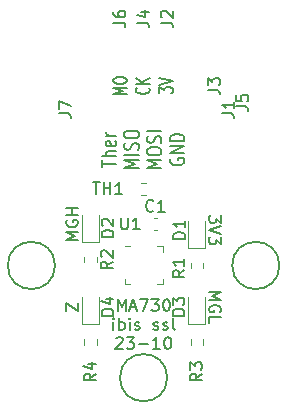
<source format=gbr>
%TF.GenerationSoftware,KiCad,Pcbnew,(6.0.11)*%
%TF.CreationDate,2024-01-21T20:47:10+09:00*%
%TF.ProjectId,ORION_enc_v2,4f52494f-4e5f-4656-9e63-5f76322e6b69,rev?*%
%TF.SameCoordinates,Original*%
%TF.FileFunction,Legend,Top*%
%TF.FilePolarity,Positive*%
%FSLAX46Y46*%
G04 Gerber Fmt 4.6, Leading zero omitted, Abs format (unit mm)*
G04 Created by KiCad (PCBNEW (6.0.11)) date 2024-01-21 20:47:10*
%MOMM*%
%LPD*%
G01*
G04 APERTURE LIST*
%ADD10C,0.150000*%
%ADD11C,0.120000*%
G04 APERTURE END LIST*
D10*
X80500000Y-64000000D02*
G75*
G03*
X80500000Y-64000000I-2000000J0D01*
G01*
X71000000Y-73500000D02*
G75*
G03*
X71000000Y-73500000I-2000000J0D01*
G01*
X61500000Y-64000000D02*
G75*
G03*
X61500000Y-64000000I-2000000J0D01*
G01*
X66809523Y-67842380D02*
X66809523Y-66842380D01*
X67142857Y-67556666D01*
X67476190Y-66842380D01*
X67476190Y-67842380D01*
X67904761Y-67556666D02*
X68380952Y-67556666D01*
X67809523Y-67842380D02*
X68142857Y-66842380D01*
X68476190Y-67842380D01*
X68714285Y-66842380D02*
X69380952Y-66842380D01*
X68952380Y-67842380D01*
X69666666Y-66842380D02*
X70285714Y-66842380D01*
X69952380Y-67223333D01*
X70095238Y-67223333D01*
X70190476Y-67270952D01*
X70238095Y-67318571D01*
X70285714Y-67413809D01*
X70285714Y-67651904D01*
X70238095Y-67747142D01*
X70190476Y-67794761D01*
X70095238Y-67842380D01*
X69809523Y-67842380D01*
X69714285Y-67794761D01*
X69666666Y-67747142D01*
X70904761Y-66842380D02*
X71000000Y-66842380D01*
X71095238Y-66890000D01*
X71142857Y-66937619D01*
X71190476Y-67032857D01*
X71238095Y-67223333D01*
X71238095Y-67461428D01*
X71190476Y-67651904D01*
X71142857Y-67747142D01*
X71095238Y-67794761D01*
X71000000Y-67842380D01*
X70904761Y-67842380D01*
X70809523Y-67794761D01*
X70761904Y-67747142D01*
X70714285Y-67651904D01*
X70666666Y-67461428D01*
X70666666Y-67223333D01*
X70714285Y-67032857D01*
X70761904Y-66937619D01*
X70809523Y-66890000D01*
X70904761Y-66842380D01*
X66452380Y-69452380D02*
X66452380Y-68785714D01*
X66452380Y-68452380D02*
X66404761Y-68500000D01*
X66452380Y-68547619D01*
X66500000Y-68500000D01*
X66452380Y-68452380D01*
X66452380Y-68547619D01*
X66928571Y-69452380D02*
X66928571Y-68452380D01*
X66928571Y-68833333D02*
X67023809Y-68785714D01*
X67214285Y-68785714D01*
X67309523Y-68833333D01*
X67357142Y-68880952D01*
X67404761Y-68976190D01*
X67404761Y-69261904D01*
X67357142Y-69357142D01*
X67309523Y-69404761D01*
X67214285Y-69452380D01*
X67023809Y-69452380D01*
X66928571Y-69404761D01*
X67833333Y-69452380D02*
X67833333Y-68785714D01*
X67833333Y-68452380D02*
X67785714Y-68500000D01*
X67833333Y-68547619D01*
X67880952Y-68500000D01*
X67833333Y-68452380D01*
X67833333Y-68547619D01*
X68261904Y-69404761D02*
X68357142Y-69452380D01*
X68547619Y-69452380D01*
X68642857Y-69404761D01*
X68690476Y-69309523D01*
X68690476Y-69261904D01*
X68642857Y-69166666D01*
X68547619Y-69119047D01*
X68404761Y-69119047D01*
X68309523Y-69071428D01*
X68261904Y-68976190D01*
X68261904Y-68928571D01*
X68309523Y-68833333D01*
X68404761Y-68785714D01*
X68547619Y-68785714D01*
X68642857Y-68833333D01*
X69833333Y-69404761D02*
X69928571Y-69452380D01*
X70119047Y-69452380D01*
X70214285Y-69404761D01*
X70261904Y-69309523D01*
X70261904Y-69261904D01*
X70214285Y-69166666D01*
X70119047Y-69119047D01*
X69976190Y-69119047D01*
X69880952Y-69071428D01*
X69833333Y-68976190D01*
X69833333Y-68928571D01*
X69880952Y-68833333D01*
X69976190Y-68785714D01*
X70119047Y-68785714D01*
X70214285Y-68833333D01*
X70642857Y-69404761D02*
X70738095Y-69452380D01*
X70928571Y-69452380D01*
X71023809Y-69404761D01*
X71071428Y-69309523D01*
X71071428Y-69261904D01*
X71023809Y-69166666D01*
X70928571Y-69119047D01*
X70785714Y-69119047D01*
X70690476Y-69071428D01*
X70642857Y-68976190D01*
X70642857Y-68928571D01*
X70690476Y-68833333D01*
X70785714Y-68785714D01*
X70928571Y-68785714D01*
X71023809Y-68833333D01*
X71642857Y-69452380D02*
X71547619Y-69404761D01*
X71500000Y-69309523D01*
X71500000Y-68452380D01*
X66666666Y-70157619D02*
X66714285Y-70110000D01*
X66809523Y-70062380D01*
X67047619Y-70062380D01*
X67142857Y-70110000D01*
X67190476Y-70157619D01*
X67238095Y-70252857D01*
X67238095Y-70348095D01*
X67190476Y-70490952D01*
X66619047Y-71062380D01*
X67238095Y-71062380D01*
X67571428Y-70062380D02*
X68190476Y-70062380D01*
X67857142Y-70443333D01*
X68000000Y-70443333D01*
X68095238Y-70490952D01*
X68142857Y-70538571D01*
X68190476Y-70633809D01*
X68190476Y-70871904D01*
X68142857Y-70967142D01*
X68095238Y-71014761D01*
X68000000Y-71062380D01*
X67714285Y-71062380D01*
X67619047Y-71014761D01*
X67571428Y-70967142D01*
X68619047Y-70681428D02*
X69380952Y-70681428D01*
X70380952Y-71062380D02*
X69809523Y-71062380D01*
X70095238Y-71062380D02*
X70095238Y-70062380D01*
X70000000Y-70205238D01*
X69904761Y-70300476D01*
X69809523Y-70348095D01*
X71000000Y-70062380D02*
X71095238Y-70062380D01*
X71190476Y-70110000D01*
X71238095Y-70157619D01*
X71285714Y-70252857D01*
X71333333Y-70443333D01*
X71333333Y-70681428D01*
X71285714Y-70871904D01*
X71238095Y-70967142D01*
X71190476Y-71014761D01*
X71095238Y-71062380D01*
X71000000Y-71062380D01*
X70904761Y-71014761D01*
X70857142Y-70967142D01*
X70809523Y-70871904D01*
X70761904Y-70681428D01*
X70761904Y-70443333D01*
X70809523Y-70252857D01*
X70857142Y-70157619D01*
X70904761Y-70110000D01*
X71000000Y-70062380D01*
X74547619Y-66261904D02*
X75547619Y-66261904D01*
X74833333Y-66595238D01*
X75547619Y-66928571D01*
X74547619Y-66928571D01*
X75500000Y-67928571D02*
X75547619Y-67833333D01*
X75547619Y-67690476D01*
X75500000Y-67547619D01*
X75404761Y-67452380D01*
X75309523Y-67404761D01*
X75119047Y-67357142D01*
X74976190Y-67357142D01*
X74785714Y-67404761D01*
X74690476Y-67452380D01*
X74595238Y-67547619D01*
X74547619Y-67690476D01*
X74547619Y-67785714D01*
X74595238Y-67928571D01*
X74642857Y-67976190D01*
X74976190Y-67976190D01*
X74976190Y-67785714D01*
X74547619Y-68880952D02*
X74547619Y-68404761D01*
X75547619Y-68404761D01*
X63452380Y-61857142D02*
X62452380Y-61857142D01*
X63166666Y-61523809D01*
X62452380Y-61190476D01*
X63452380Y-61190476D01*
X62500000Y-60190476D02*
X62452380Y-60285714D01*
X62452380Y-60428571D01*
X62500000Y-60571428D01*
X62595238Y-60666666D01*
X62690476Y-60714285D01*
X62880952Y-60761904D01*
X63023809Y-60761904D01*
X63214285Y-60714285D01*
X63309523Y-60666666D01*
X63404761Y-60571428D01*
X63452380Y-60428571D01*
X63452380Y-60333333D01*
X63404761Y-60190476D01*
X63357142Y-60142857D01*
X63023809Y-60142857D01*
X63023809Y-60333333D01*
X63452380Y-59714285D02*
X62452380Y-59714285D01*
X62928571Y-59714285D02*
X62928571Y-59142857D01*
X63452380Y-59142857D02*
X62452380Y-59142857D01*
X75547619Y-59761904D02*
X75547619Y-60380952D01*
X75166666Y-60047619D01*
X75166666Y-60190476D01*
X75119047Y-60285714D01*
X75071428Y-60333333D01*
X74976190Y-60380952D01*
X74738095Y-60380952D01*
X74642857Y-60333333D01*
X74595238Y-60285714D01*
X74547619Y-60190476D01*
X74547619Y-59904761D01*
X74595238Y-59809523D01*
X74642857Y-59761904D01*
X75547619Y-60666666D02*
X74547619Y-61000000D01*
X75547619Y-61333333D01*
X75547619Y-61571428D02*
X75547619Y-62190476D01*
X75166666Y-61857142D01*
X75166666Y-62000000D01*
X75119047Y-62095238D01*
X75071428Y-62142857D01*
X74976190Y-62190476D01*
X74738095Y-62190476D01*
X74642857Y-62142857D01*
X74595238Y-62095238D01*
X74547619Y-62000000D01*
X74547619Y-61714285D01*
X74595238Y-61619047D01*
X74642857Y-61571428D01*
X67610857Y-49485714D02*
X66410857Y-49485714D01*
X67268000Y-49219047D01*
X66410857Y-48952380D01*
X67610857Y-48952380D01*
X66410857Y-48419047D02*
X66410857Y-48266666D01*
X66468000Y-48190476D01*
X66582285Y-48114285D01*
X66810857Y-48076190D01*
X67210857Y-48076190D01*
X67439428Y-48114285D01*
X67553714Y-48190476D01*
X67610857Y-48266666D01*
X67610857Y-48419047D01*
X67553714Y-48495238D01*
X67439428Y-48571428D01*
X67210857Y-48609523D01*
X66810857Y-48609523D01*
X66582285Y-48571428D01*
X66468000Y-48495238D01*
X66410857Y-48419047D01*
X69428571Y-48952380D02*
X69485714Y-48990476D01*
X69542857Y-49104761D01*
X69542857Y-49180952D01*
X69485714Y-49295238D01*
X69371428Y-49371428D01*
X69257142Y-49409523D01*
X69028571Y-49447619D01*
X68857142Y-49447619D01*
X68628571Y-49409523D01*
X68514285Y-49371428D01*
X68400000Y-49295238D01*
X68342857Y-49180952D01*
X68342857Y-49104761D01*
X68400000Y-48990476D01*
X68457142Y-48952380D01*
X69542857Y-48609523D02*
X68342857Y-48609523D01*
X69542857Y-48152380D02*
X68857142Y-48495238D01*
X68342857Y-48152380D02*
X69028571Y-48609523D01*
X70274857Y-49409523D02*
X70274857Y-48914285D01*
X70732000Y-49180952D01*
X70732000Y-49066666D01*
X70789142Y-48990476D01*
X70846285Y-48952380D01*
X70960571Y-48914285D01*
X71246285Y-48914285D01*
X71360571Y-48952380D01*
X71417714Y-48990476D01*
X71474857Y-49066666D01*
X71474857Y-49295238D01*
X71417714Y-49371428D01*
X71360571Y-49409523D01*
X70274857Y-48685714D02*
X71474857Y-48419047D01*
X70274857Y-48152380D01*
X65444857Y-55676190D02*
X65444857Y-55104761D01*
X66644857Y-55390476D02*
X65444857Y-55390476D01*
X66644857Y-54771428D02*
X65444857Y-54771428D01*
X66644857Y-54342857D02*
X66016285Y-54342857D01*
X65902000Y-54390476D01*
X65844857Y-54485714D01*
X65844857Y-54628571D01*
X65902000Y-54723809D01*
X65959142Y-54771428D01*
X66587714Y-53485714D02*
X66644857Y-53580952D01*
X66644857Y-53771428D01*
X66587714Y-53866666D01*
X66473428Y-53914285D01*
X66016285Y-53914285D01*
X65902000Y-53866666D01*
X65844857Y-53771428D01*
X65844857Y-53580952D01*
X65902000Y-53485714D01*
X66016285Y-53438095D01*
X66130571Y-53438095D01*
X66244857Y-53914285D01*
X66644857Y-53009523D02*
X65844857Y-53009523D01*
X66073428Y-53009523D02*
X65959142Y-52961904D01*
X65902000Y-52914285D01*
X65844857Y-52819047D01*
X65844857Y-52723809D01*
X68576857Y-55771428D02*
X67376857Y-55771428D01*
X68234000Y-55438095D01*
X67376857Y-55104761D01*
X68576857Y-55104761D01*
X68576857Y-54628571D02*
X67376857Y-54628571D01*
X68519714Y-54200000D02*
X68576857Y-54057142D01*
X68576857Y-53819047D01*
X68519714Y-53723809D01*
X68462571Y-53676190D01*
X68348285Y-53628571D01*
X68234000Y-53628571D01*
X68119714Y-53676190D01*
X68062571Y-53723809D01*
X68005428Y-53819047D01*
X67948285Y-54009523D01*
X67891142Y-54104761D01*
X67834000Y-54152380D01*
X67719714Y-54200000D01*
X67605428Y-54200000D01*
X67491142Y-54152380D01*
X67434000Y-54104761D01*
X67376857Y-54009523D01*
X67376857Y-53771428D01*
X67434000Y-53628571D01*
X67376857Y-53009523D02*
X67376857Y-52819047D01*
X67434000Y-52723809D01*
X67548285Y-52628571D01*
X67776857Y-52580952D01*
X68176857Y-52580952D01*
X68405428Y-52628571D01*
X68519714Y-52723809D01*
X68576857Y-52819047D01*
X68576857Y-53009523D01*
X68519714Y-53104761D01*
X68405428Y-53200000D01*
X68176857Y-53247619D01*
X67776857Y-53247619D01*
X67548285Y-53200000D01*
X67434000Y-53104761D01*
X67376857Y-53009523D01*
X70508857Y-55771428D02*
X69308857Y-55771428D01*
X70166000Y-55438095D01*
X69308857Y-55104761D01*
X70508857Y-55104761D01*
X69308857Y-54438095D02*
X69308857Y-54247619D01*
X69366000Y-54152380D01*
X69480285Y-54057142D01*
X69708857Y-54009523D01*
X70108857Y-54009523D01*
X70337428Y-54057142D01*
X70451714Y-54152380D01*
X70508857Y-54247619D01*
X70508857Y-54438095D01*
X70451714Y-54533333D01*
X70337428Y-54628571D01*
X70108857Y-54676190D01*
X69708857Y-54676190D01*
X69480285Y-54628571D01*
X69366000Y-54533333D01*
X69308857Y-54438095D01*
X70451714Y-53628571D02*
X70508857Y-53485714D01*
X70508857Y-53247619D01*
X70451714Y-53152380D01*
X70394571Y-53104761D01*
X70280285Y-53057142D01*
X70166000Y-53057142D01*
X70051714Y-53104761D01*
X69994571Y-53152380D01*
X69937428Y-53247619D01*
X69880285Y-53438095D01*
X69823142Y-53533333D01*
X69766000Y-53580952D01*
X69651714Y-53628571D01*
X69537428Y-53628571D01*
X69423142Y-53580952D01*
X69366000Y-53533333D01*
X69308857Y-53438095D01*
X69308857Y-53200000D01*
X69366000Y-53057142D01*
X70508857Y-52628571D02*
X69308857Y-52628571D01*
X71298000Y-54961904D02*
X71240857Y-55057142D01*
X71240857Y-55200000D01*
X71298000Y-55342857D01*
X71412285Y-55438095D01*
X71526571Y-55485714D01*
X71755142Y-55533333D01*
X71926571Y-55533333D01*
X72155142Y-55485714D01*
X72269428Y-55438095D01*
X72383714Y-55342857D01*
X72440857Y-55200000D01*
X72440857Y-55104761D01*
X72383714Y-54961904D01*
X72326571Y-54914285D01*
X71926571Y-54914285D01*
X71926571Y-55104761D01*
X72440857Y-54485714D02*
X71240857Y-54485714D01*
X72440857Y-53914285D01*
X71240857Y-53914285D01*
X72440857Y-53438095D02*
X71240857Y-53438095D01*
X71240857Y-53200000D01*
X71298000Y-53057142D01*
X71412285Y-52961904D01*
X71526571Y-52914285D01*
X71755142Y-52866666D01*
X71926571Y-52866666D01*
X72155142Y-52914285D01*
X72269428Y-52961904D01*
X72383714Y-53057142D01*
X72440857Y-53200000D01*
X72440857Y-53438095D01*
X62452380Y-67833333D02*
X62452380Y-67166666D01*
X63452380Y-67833333D01*
X63452380Y-67166666D01*
%TO.C,D3*%
X72452380Y-68238095D02*
X71452380Y-68238095D01*
X71452380Y-68000000D01*
X71500000Y-67857142D01*
X71595238Y-67761904D01*
X71690476Y-67714285D01*
X71880952Y-67666666D01*
X72023809Y-67666666D01*
X72214285Y-67714285D01*
X72309523Y-67761904D01*
X72404761Y-67857142D01*
X72452380Y-68000000D01*
X72452380Y-68238095D01*
X71452380Y-67333333D02*
X71452380Y-66714285D01*
X71833333Y-67047619D01*
X71833333Y-66904761D01*
X71880952Y-66809523D01*
X71928571Y-66761904D01*
X72023809Y-66714285D01*
X72261904Y-66714285D01*
X72357142Y-66761904D01*
X72404761Y-66809523D01*
X72452380Y-66904761D01*
X72452380Y-67190476D01*
X72404761Y-67285714D01*
X72357142Y-67333333D01*
%TO.C,J6*%
X66452380Y-43433333D02*
X67166666Y-43433333D01*
X67309523Y-43480952D01*
X67404761Y-43576190D01*
X67452380Y-43719047D01*
X67452380Y-43814285D01*
X66452380Y-42528571D02*
X66452380Y-42719047D01*
X66500000Y-42814285D01*
X66547619Y-42861904D01*
X66690476Y-42957142D01*
X66880952Y-43004761D01*
X67261904Y-43004761D01*
X67357142Y-42957142D01*
X67404761Y-42909523D01*
X67452380Y-42814285D01*
X67452380Y-42623809D01*
X67404761Y-42528571D01*
X67357142Y-42480952D01*
X67261904Y-42433333D01*
X67023809Y-42433333D01*
X66928571Y-42480952D01*
X66880952Y-42528571D01*
X66833333Y-42623809D01*
X66833333Y-42814285D01*
X66880952Y-42909523D01*
X66928571Y-42957142D01*
X67023809Y-43004761D01*
%TO.C,J7*%
X61852380Y-51133333D02*
X62566666Y-51133333D01*
X62709523Y-51180952D01*
X62804761Y-51276190D01*
X62852380Y-51419047D01*
X62852380Y-51514285D01*
X61852380Y-50752380D02*
X61852380Y-50085714D01*
X62852380Y-50514285D01*
%TO.C,J1*%
X75652380Y-51133333D02*
X76366666Y-51133333D01*
X76509523Y-51180952D01*
X76604761Y-51276190D01*
X76652380Y-51419047D01*
X76652380Y-51514285D01*
X76652380Y-50133333D02*
X76652380Y-50704761D01*
X76652380Y-50419047D02*
X75652380Y-50419047D01*
X75795238Y-50514285D01*
X75890476Y-50609523D01*
X75938095Y-50704761D01*
%TO.C,J3*%
X74452380Y-49133333D02*
X75166666Y-49133333D01*
X75309523Y-49180952D01*
X75404761Y-49276190D01*
X75452380Y-49419047D01*
X75452380Y-49514285D01*
X74452380Y-48752380D02*
X74452380Y-48133333D01*
X74833333Y-48466666D01*
X74833333Y-48323809D01*
X74880952Y-48228571D01*
X74928571Y-48180952D01*
X75023809Y-48133333D01*
X75261904Y-48133333D01*
X75357142Y-48180952D01*
X75404761Y-48228571D01*
X75452380Y-48323809D01*
X75452380Y-48609523D01*
X75404761Y-48704761D01*
X75357142Y-48752380D01*
%TO.C,D1*%
X72522380Y-61738095D02*
X71522380Y-61738095D01*
X71522380Y-61500000D01*
X71570000Y-61357142D01*
X71665238Y-61261904D01*
X71760476Y-61214285D01*
X71950952Y-61166666D01*
X72093809Y-61166666D01*
X72284285Y-61214285D01*
X72379523Y-61261904D01*
X72474761Y-61357142D01*
X72522380Y-61500000D01*
X72522380Y-61738095D01*
X72522380Y-60214285D02*
X72522380Y-60785714D01*
X72522380Y-60500000D02*
X71522380Y-60500000D01*
X71665238Y-60595238D01*
X71760476Y-60690476D01*
X71808095Y-60785714D01*
%TO.C,D4*%
X66452380Y-68238095D02*
X65452380Y-68238095D01*
X65452380Y-68000000D01*
X65500000Y-67857142D01*
X65595238Y-67761904D01*
X65690476Y-67714285D01*
X65880952Y-67666666D01*
X66023809Y-67666666D01*
X66214285Y-67714285D01*
X66309523Y-67761904D01*
X66404761Y-67857142D01*
X66452380Y-68000000D01*
X66452380Y-68238095D01*
X65785714Y-66809523D02*
X66452380Y-66809523D01*
X65404761Y-67047619D02*
X66119047Y-67285714D01*
X66119047Y-66666666D01*
%TO.C,R2*%
X66382380Y-63666666D02*
X65906190Y-64000000D01*
X66382380Y-64238095D02*
X65382380Y-64238095D01*
X65382380Y-63857142D01*
X65430000Y-63761904D01*
X65477619Y-63714285D01*
X65572857Y-63666666D01*
X65715714Y-63666666D01*
X65810952Y-63714285D01*
X65858571Y-63761904D01*
X65906190Y-63857142D01*
X65906190Y-64238095D01*
X65477619Y-63285714D02*
X65430000Y-63238095D01*
X65382380Y-63142857D01*
X65382380Y-62904761D01*
X65430000Y-62809523D01*
X65477619Y-62761904D01*
X65572857Y-62714285D01*
X65668095Y-62714285D01*
X65810952Y-62761904D01*
X66382380Y-63333333D01*
X66382380Y-62714285D01*
%TO.C,R1*%
X72452380Y-64403924D02*
X71976190Y-64737258D01*
X72452380Y-64975353D02*
X71452380Y-64975353D01*
X71452380Y-64594400D01*
X71500000Y-64499162D01*
X71547619Y-64451543D01*
X71642857Y-64403924D01*
X71785714Y-64403924D01*
X71880952Y-64451543D01*
X71928571Y-64499162D01*
X71976190Y-64594400D01*
X71976190Y-64975353D01*
X72452380Y-63451543D02*
X72452380Y-64022972D01*
X72452380Y-63737258D02*
X71452380Y-63737258D01*
X71595238Y-63832496D01*
X71690476Y-63927734D01*
X71738095Y-64022972D01*
%TO.C,C1*%
X69833333Y-59357142D02*
X69785714Y-59404761D01*
X69642857Y-59452380D01*
X69547619Y-59452380D01*
X69404761Y-59404761D01*
X69309523Y-59309523D01*
X69261904Y-59214285D01*
X69214285Y-59023809D01*
X69214285Y-58880952D01*
X69261904Y-58690476D01*
X69309523Y-58595238D01*
X69404761Y-58500000D01*
X69547619Y-58452380D01*
X69642857Y-58452380D01*
X69785714Y-58500000D01*
X69833333Y-58547619D01*
X70785714Y-59452380D02*
X70214285Y-59452380D01*
X70500000Y-59452380D02*
X70500000Y-58452380D01*
X70404761Y-58595238D01*
X70309523Y-58690476D01*
X70214285Y-58738095D01*
%TO.C,TH1*%
X64714285Y-56952380D02*
X65285714Y-56952380D01*
X65000000Y-57952380D02*
X65000000Y-56952380D01*
X65619047Y-57952380D02*
X65619047Y-56952380D01*
X65619047Y-57428571D02*
X66190476Y-57428571D01*
X66190476Y-57952380D02*
X66190476Y-56952380D01*
X67190476Y-57952380D02*
X66619047Y-57952380D01*
X66904761Y-57952380D02*
X66904761Y-56952380D01*
X66809523Y-57095238D01*
X66714285Y-57190476D01*
X66619047Y-57238095D01*
%TO.C,U1*%
X67103095Y-59952380D02*
X67103095Y-60761904D01*
X67150714Y-60857142D01*
X67198333Y-60904761D01*
X67293571Y-60952380D01*
X67484047Y-60952380D01*
X67579285Y-60904761D01*
X67626904Y-60857142D01*
X67674523Y-60761904D01*
X67674523Y-59952380D01*
X68674523Y-60952380D02*
X68103095Y-60952380D01*
X68388809Y-60952380D02*
X68388809Y-59952380D01*
X68293571Y-60095238D01*
X68198333Y-60190476D01*
X68103095Y-60238095D01*
%TO.C,R4*%
X64952380Y-73166666D02*
X64476190Y-73500000D01*
X64952380Y-73738095D02*
X63952380Y-73738095D01*
X63952380Y-73357142D01*
X64000000Y-73261904D01*
X64047619Y-73214285D01*
X64142857Y-73166666D01*
X64285714Y-73166666D01*
X64380952Y-73214285D01*
X64428571Y-73261904D01*
X64476190Y-73357142D01*
X64476190Y-73738095D01*
X64285714Y-72309523D02*
X64952380Y-72309523D01*
X63904761Y-72547619D02*
X64619047Y-72785714D01*
X64619047Y-72166666D01*
%TO.C,J2*%
X70452380Y-43433333D02*
X71166666Y-43433333D01*
X71309523Y-43480952D01*
X71404761Y-43576190D01*
X71452380Y-43719047D01*
X71452380Y-43814285D01*
X70547619Y-43004761D02*
X70500000Y-42957142D01*
X70452380Y-42861904D01*
X70452380Y-42623809D01*
X70500000Y-42528571D01*
X70547619Y-42480952D01*
X70642857Y-42433333D01*
X70738095Y-42433333D01*
X70880952Y-42480952D01*
X71452380Y-43052380D01*
X71452380Y-42433333D01*
%TO.C,D2*%
X66452380Y-61580595D02*
X65452380Y-61580595D01*
X65452380Y-61342500D01*
X65500000Y-61199642D01*
X65595238Y-61104404D01*
X65690476Y-61056785D01*
X65880952Y-61009166D01*
X66023809Y-61009166D01*
X66214285Y-61056785D01*
X66309523Y-61104404D01*
X66404761Y-61199642D01*
X66452380Y-61342500D01*
X66452380Y-61580595D01*
X65547619Y-60628214D02*
X65500000Y-60580595D01*
X65452380Y-60485357D01*
X65452380Y-60247261D01*
X65500000Y-60152023D01*
X65547619Y-60104404D01*
X65642857Y-60056785D01*
X65738095Y-60056785D01*
X65880952Y-60104404D01*
X66452380Y-60675833D01*
X66452380Y-60056785D01*
%TO.C,J4*%
X68452380Y-43433333D02*
X69166666Y-43433333D01*
X69309523Y-43480952D01*
X69404761Y-43576190D01*
X69452380Y-43719047D01*
X69452380Y-43814285D01*
X68785714Y-42528571D02*
X69452380Y-42528571D01*
X68404761Y-42766666D02*
X69119047Y-43004761D01*
X69119047Y-42385714D01*
%TO.C,R3*%
X73952380Y-73166666D02*
X73476190Y-73500000D01*
X73952380Y-73738095D02*
X72952380Y-73738095D01*
X72952380Y-73357142D01*
X73000000Y-73261904D01*
X73047619Y-73214285D01*
X73142857Y-73166666D01*
X73285714Y-73166666D01*
X73380952Y-73214285D01*
X73428571Y-73261904D01*
X73476190Y-73357142D01*
X73476190Y-73738095D01*
X72952380Y-72833333D02*
X72952380Y-72214285D01*
X73333333Y-72547619D01*
X73333333Y-72404761D01*
X73380952Y-72309523D01*
X73428571Y-72261904D01*
X73523809Y-72214285D01*
X73761904Y-72214285D01*
X73857142Y-72261904D01*
X73904761Y-72309523D01*
X73952380Y-72404761D01*
X73952380Y-72690476D01*
X73904761Y-72785714D01*
X73857142Y-72833333D01*
%TO.C,J5*%
X76852380Y-50533333D02*
X77566666Y-50533333D01*
X77709523Y-50580952D01*
X77804761Y-50676190D01*
X77852380Y-50819047D01*
X77852380Y-50914285D01*
X76852380Y-49580952D02*
X76852380Y-50057142D01*
X77328571Y-50104761D01*
X77280952Y-50057142D01*
X77233333Y-49961904D01*
X77233333Y-49723809D01*
X77280952Y-49628571D01*
X77328571Y-49580952D01*
X77423809Y-49533333D01*
X77661904Y-49533333D01*
X77757142Y-49580952D01*
X77804761Y-49628571D01*
X77852380Y-49723809D01*
X77852380Y-49961904D01*
X77804761Y-50057142D01*
X77757142Y-50104761D01*
D11*
%TO.C,D3*%
X72765000Y-68985000D02*
X74235000Y-68985000D01*
X72765000Y-66700000D02*
X72765000Y-68985000D01*
X74235000Y-68985000D02*
X74235000Y-66700000D01*
%TO.C,D1*%
X72765000Y-62485000D02*
X74235000Y-62485000D01*
X72765000Y-60200000D02*
X72765000Y-62485000D01*
X74235000Y-62485000D02*
X74235000Y-60200000D01*
%TO.C,D4*%
X63765000Y-68985000D02*
X65235000Y-68985000D01*
X63765000Y-66700000D02*
X63765000Y-68985000D01*
X65235000Y-68985000D02*
X65235000Y-66700000D01*
%TO.C,R2*%
X65022500Y-63262742D02*
X65022500Y-63737258D01*
X63977500Y-63262742D02*
X63977500Y-63737258D01*
%TO.C,R1*%
X72977500Y-63762742D02*
X72977500Y-64237258D01*
X74022500Y-63762742D02*
X74022500Y-64237258D01*
%TO.C,C1*%
X70140580Y-59990000D02*
X69859420Y-59990000D01*
X70140580Y-61010000D02*
X69859420Y-61010000D01*
%TO.C,TH1*%
X68762742Y-58022500D02*
X69237258Y-58022500D01*
X68762742Y-56977500D02*
X69237258Y-56977500D01*
%TO.C,U1*%
X67865000Y-62390000D02*
X67390000Y-62390000D01*
X67390000Y-65610000D02*
X67390000Y-65135000D01*
X70610000Y-65610000D02*
X70610000Y-65135000D01*
X70610000Y-62390000D02*
X70610000Y-62865000D01*
X67865000Y-65610000D02*
X67390000Y-65610000D01*
X70135000Y-62390000D02*
X70610000Y-62390000D01*
X70135000Y-65610000D02*
X70610000Y-65610000D01*
%TO.C,R4*%
X63977500Y-70262742D02*
X63977500Y-70737258D01*
X65022500Y-70262742D02*
X65022500Y-70737258D01*
%TO.C,D2*%
X63765000Y-61985000D02*
X65235000Y-61985000D01*
X65235000Y-61985000D02*
X65235000Y-59700000D01*
X63765000Y-59700000D02*
X63765000Y-61985000D01*
%TO.C,R3*%
X72977500Y-70262742D02*
X72977500Y-70737258D01*
X74022500Y-70262742D02*
X74022500Y-70737258D01*
%TD*%
M02*

</source>
